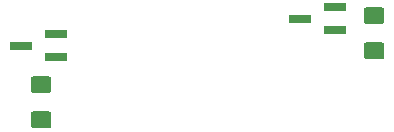
<source format=gbr>
G04 #@! TF.GenerationSoftware,KiCad,Pcbnew,5.1.5+dfsg1-2build2*
G04 #@! TF.CreationDate,2020-11-20T08:54:09-05:00*
G04 #@! TF.ProjectId,portb_lcd_mod,706f7274-625f-46c6-9364-5f6d6f642e6b,rev?*
G04 #@! TF.SameCoordinates,Original*
G04 #@! TF.FileFunction,Paste,Top*
G04 #@! TF.FilePolarity,Positive*
%FSLAX46Y46*%
G04 Gerber Fmt 4.6, Leading zero omitted, Abs format (unit mm)*
G04 Created by KiCad (PCBNEW 5.1.5+dfsg1-2build2) date 2020-11-20 08:54:09*
%MOMM*%
%LPD*%
G04 APERTURE LIST*
%ADD10R,1.900000X0.800000*%
%ADD11C,0.100000*%
G04 APERTURE END LIST*
D10*
X159258000Y-104902000D03*
X159258000Y-103002000D03*
X156258000Y-103952000D03*
X132636000Y-106238000D03*
X135636000Y-105288000D03*
X135636000Y-107188000D03*
D11*
G36*
X163209504Y-102993704D02*
G01*
X163233773Y-102997304D01*
X163257571Y-103003265D01*
X163280671Y-103011530D01*
X163302849Y-103022020D01*
X163323893Y-103034633D01*
X163343598Y-103049247D01*
X163361777Y-103065723D01*
X163378253Y-103083902D01*
X163392867Y-103103607D01*
X163405480Y-103124651D01*
X163415970Y-103146829D01*
X163424235Y-103169929D01*
X163430196Y-103193727D01*
X163433796Y-103217996D01*
X163435000Y-103242500D01*
X163435000Y-104167500D01*
X163433796Y-104192004D01*
X163430196Y-104216273D01*
X163424235Y-104240071D01*
X163415970Y-104263171D01*
X163405480Y-104285349D01*
X163392867Y-104306393D01*
X163378253Y-104326098D01*
X163361777Y-104344277D01*
X163343598Y-104360753D01*
X163323893Y-104375367D01*
X163302849Y-104387980D01*
X163280671Y-104398470D01*
X163257571Y-104406735D01*
X163233773Y-104412696D01*
X163209504Y-104416296D01*
X163185000Y-104417500D01*
X161935000Y-104417500D01*
X161910496Y-104416296D01*
X161886227Y-104412696D01*
X161862429Y-104406735D01*
X161839329Y-104398470D01*
X161817151Y-104387980D01*
X161796107Y-104375367D01*
X161776402Y-104360753D01*
X161758223Y-104344277D01*
X161741747Y-104326098D01*
X161727133Y-104306393D01*
X161714520Y-104285349D01*
X161704030Y-104263171D01*
X161695765Y-104240071D01*
X161689804Y-104216273D01*
X161686204Y-104192004D01*
X161685000Y-104167500D01*
X161685000Y-103242500D01*
X161686204Y-103217996D01*
X161689804Y-103193727D01*
X161695765Y-103169929D01*
X161704030Y-103146829D01*
X161714520Y-103124651D01*
X161727133Y-103103607D01*
X161741747Y-103083902D01*
X161758223Y-103065723D01*
X161776402Y-103049247D01*
X161796107Y-103034633D01*
X161817151Y-103022020D01*
X161839329Y-103011530D01*
X161862429Y-103003265D01*
X161886227Y-102997304D01*
X161910496Y-102993704D01*
X161935000Y-102992500D01*
X163185000Y-102992500D01*
X163209504Y-102993704D01*
G37*
G36*
X163209504Y-105968704D02*
G01*
X163233773Y-105972304D01*
X163257571Y-105978265D01*
X163280671Y-105986530D01*
X163302849Y-105997020D01*
X163323893Y-106009633D01*
X163343598Y-106024247D01*
X163361777Y-106040723D01*
X163378253Y-106058902D01*
X163392867Y-106078607D01*
X163405480Y-106099651D01*
X163415970Y-106121829D01*
X163424235Y-106144929D01*
X163430196Y-106168727D01*
X163433796Y-106192996D01*
X163435000Y-106217500D01*
X163435000Y-107142500D01*
X163433796Y-107167004D01*
X163430196Y-107191273D01*
X163424235Y-107215071D01*
X163415970Y-107238171D01*
X163405480Y-107260349D01*
X163392867Y-107281393D01*
X163378253Y-107301098D01*
X163361777Y-107319277D01*
X163343598Y-107335753D01*
X163323893Y-107350367D01*
X163302849Y-107362980D01*
X163280671Y-107373470D01*
X163257571Y-107381735D01*
X163233773Y-107387696D01*
X163209504Y-107391296D01*
X163185000Y-107392500D01*
X161935000Y-107392500D01*
X161910496Y-107391296D01*
X161886227Y-107387696D01*
X161862429Y-107381735D01*
X161839329Y-107373470D01*
X161817151Y-107362980D01*
X161796107Y-107350367D01*
X161776402Y-107335753D01*
X161758223Y-107319277D01*
X161741747Y-107301098D01*
X161727133Y-107281393D01*
X161714520Y-107260349D01*
X161704030Y-107238171D01*
X161695765Y-107215071D01*
X161689804Y-107191273D01*
X161686204Y-107167004D01*
X161685000Y-107142500D01*
X161685000Y-106217500D01*
X161686204Y-106192996D01*
X161689804Y-106168727D01*
X161695765Y-106144929D01*
X161704030Y-106121829D01*
X161714520Y-106099651D01*
X161727133Y-106078607D01*
X161741747Y-106058902D01*
X161758223Y-106040723D01*
X161776402Y-106024247D01*
X161796107Y-106009633D01*
X161817151Y-105997020D01*
X161839329Y-105986530D01*
X161862429Y-105978265D01*
X161886227Y-105972304D01*
X161910496Y-105968704D01*
X161935000Y-105967500D01*
X163185000Y-105967500D01*
X163209504Y-105968704D01*
G37*
G36*
X135015504Y-111810704D02*
G01*
X135039773Y-111814304D01*
X135063571Y-111820265D01*
X135086671Y-111828530D01*
X135108849Y-111839020D01*
X135129893Y-111851633D01*
X135149598Y-111866247D01*
X135167777Y-111882723D01*
X135184253Y-111900902D01*
X135198867Y-111920607D01*
X135211480Y-111941651D01*
X135221970Y-111963829D01*
X135230235Y-111986929D01*
X135236196Y-112010727D01*
X135239796Y-112034996D01*
X135241000Y-112059500D01*
X135241000Y-112984500D01*
X135239796Y-113009004D01*
X135236196Y-113033273D01*
X135230235Y-113057071D01*
X135221970Y-113080171D01*
X135211480Y-113102349D01*
X135198867Y-113123393D01*
X135184253Y-113143098D01*
X135167777Y-113161277D01*
X135149598Y-113177753D01*
X135129893Y-113192367D01*
X135108849Y-113204980D01*
X135086671Y-113215470D01*
X135063571Y-113223735D01*
X135039773Y-113229696D01*
X135015504Y-113233296D01*
X134991000Y-113234500D01*
X133741000Y-113234500D01*
X133716496Y-113233296D01*
X133692227Y-113229696D01*
X133668429Y-113223735D01*
X133645329Y-113215470D01*
X133623151Y-113204980D01*
X133602107Y-113192367D01*
X133582402Y-113177753D01*
X133564223Y-113161277D01*
X133547747Y-113143098D01*
X133533133Y-113123393D01*
X133520520Y-113102349D01*
X133510030Y-113080171D01*
X133501765Y-113057071D01*
X133495804Y-113033273D01*
X133492204Y-113009004D01*
X133491000Y-112984500D01*
X133491000Y-112059500D01*
X133492204Y-112034996D01*
X133495804Y-112010727D01*
X133501765Y-111986929D01*
X133510030Y-111963829D01*
X133520520Y-111941651D01*
X133533133Y-111920607D01*
X133547747Y-111900902D01*
X133564223Y-111882723D01*
X133582402Y-111866247D01*
X133602107Y-111851633D01*
X133623151Y-111839020D01*
X133645329Y-111828530D01*
X133668429Y-111820265D01*
X133692227Y-111814304D01*
X133716496Y-111810704D01*
X133741000Y-111809500D01*
X134991000Y-111809500D01*
X135015504Y-111810704D01*
G37*
G36*
X135015504Y-108835704D02*
G01*
X135039773Y-108839304D01*
X135063571Y-108845265D01*
X135086671Y-108853530D01*
X135108849Y-108864020D01*
X135129893Y-108876633D01*
X135149598Y-108891247D01*
X135167777Y-108907723D01*
X135184253Y-108925902D01*
X135198867Y-108945607D01*
X135211480Y-108966651D01*
X135221970Y-108988829D01*
X135230235Y-109011929D01*
X135236196Y-109035727D01*
X135239796Y-109059996D01*
X135241000Y-109084500D01*
X135241000Y-110009500D01*
X135239796Y-110034004D01*
X135236196Y-110058273D01*
X135230235Y-110082071D01*
X135221970Y-110105171D01*
X135211480Y-110127349D01*
X135198867Y-110148393D01*
X135184253Y-110168098D01*
X135167777Y-110186277D01*
X135149598Y-110202753D01*
X135129893Y-110217367D01*
X135108849Y-110229980D01*
X135086671Y-110240470D01*
X135063571Y-110248735D01*
X135039773Y-110254696D01*
X135015504Y-110258296D01*
X134991000Y-110259500D01*
X133741000Y-110259500D01*
X133716496Y-110258296D01*
X133692227Y-110254696D01*
X133668429Y-110248735D01*
X133645329Y-110240470D01*
X133623151Y-110229980D01*
X133602107Y-110217367D01*
X133582402Y-110202753D01*
X133564223Y-110186277D01*
X133547747Y-110168098D01*
X133533133Y-110148393D01*
X133520520Y-110127349D01*
X133510030Y-110105171D01*
X133501765Y-110082071D01*
X133495804Y-110058273D01*
X133492204Y-110034004D01*
X133491000Y-110009500D01*
X133491000Y-109084500D01*
X133492204Y-109059996D01*
X133495804Y-109035727D01*
X133501765Y-109011929D01*
X133510030Y-108988829D01*
X133520520Y-108966651D01*
X133533133Y-108945607D01*
X133547747Y-108925902D01*
X133564223Y-108907723D01*
X133582402Y-108891247D01*
X133602107Y-108876633D01*
X133623151Y-108864020D01*
X133645329Y-108853530D01*
X133668429Y-108845265D01*
X133692227Y-108839304D01*
X133716496Y-108835704D01*
X133741000Y-108834500D01*
X134991000Y-108834500D01*
X135015504Y-108835704D01*
G37*
M02*

</source>
